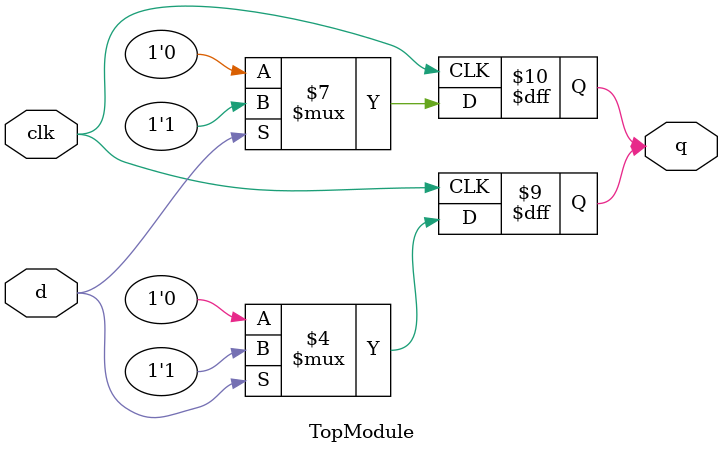
<source format=sv>


module TopModule (
  input clk,
  input d,
  output reg q
);

always @(posedge clk) begin
  if (d) begin
    q <= 1;
  end else begin
    q <= 0;
  end
end

always @(negedge clk) begin
  if (d) begin
    q <= 1;
  end else begin
    q <= 0;
  end
end

endmodule

</source>
